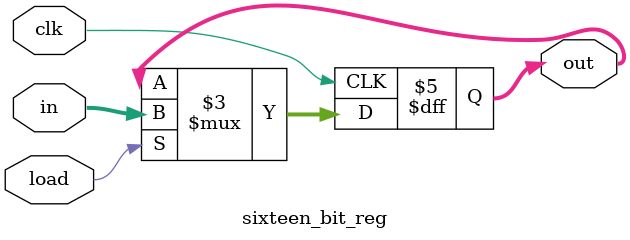
<source format=v>
`timescale 1ns / 1ps
module sixteen_bit_reg(input [15:0] in, input load, clk ,output reg [15:0] out
    );

always @(posedge clk) begin

	if (load==1)
		out[15:0]<=in[15:0];
	
end
endmodule

</source>
